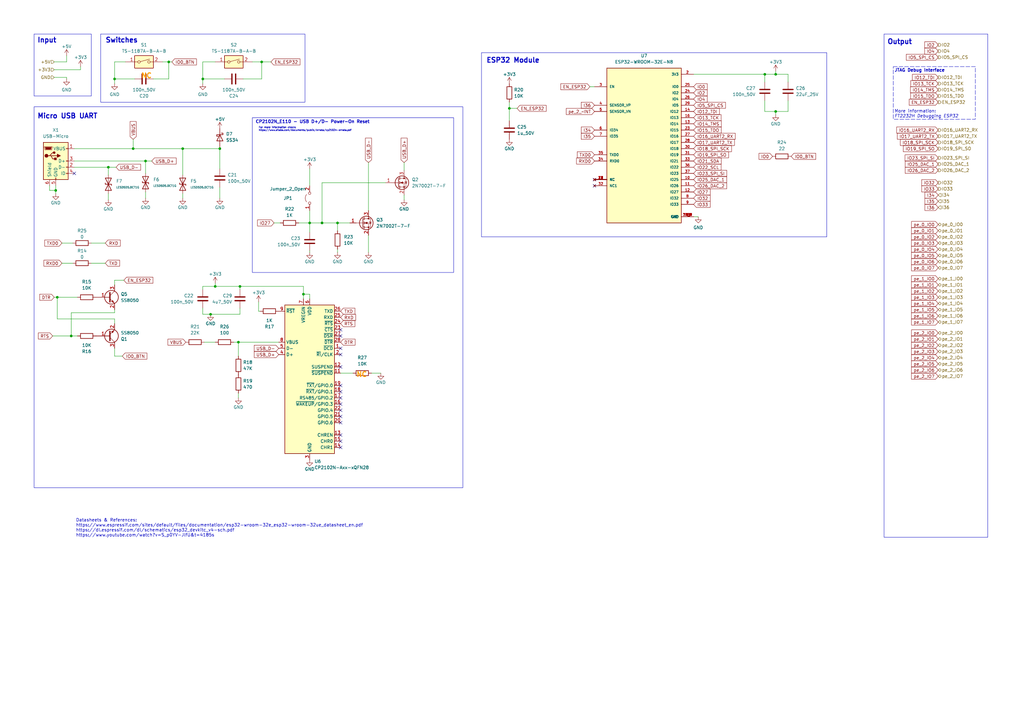
<source format=kicad_sch>
(kicad_sch (version 20231120) (generator "eeschema") (generator_version "8.0")
  (paper "A3")
  (junction (at 44.45 68.58))
  (junction (at 46.99 32.385))
  (junction (at 132.08 91.44))
  (junction (at 318.135 45.72))
  (junction (at 22.86 78.105))
  (junction (at 98.425 117.475))
  (junction (at 69.215 25.4))
  (junction (at 23.495 121.92))
  (junction (at 138.43 91.44))
  (junction (at 88.265 117.475))
  (junction (at 86.36 128.905))
  (junction (at 107.315 25.4))
  (junction (at 59.69 66.04))
  (junction (at 208.915 44.45))
  (junction (at 97.79 140.335))
  (junction (at 313.69 30.48))
  (junction (at 127 91.44))
  (junction (at 90.17 60.96))
  (junction (at 124.46 120.65))
  (junction (at 74.93 60.96))
  (junction (at 29.21 137.795))
  (junction (at 83.185 32.385))
  (junction (at 318.135 30.48))
  (junction (at 54.61 60.96))
  (no_connect (at 243.84 76.2))
  (no_connect (at 139.7 173.355))
  (no_connect (at 243.84 73.66))
  (no_connect (at 139.7 180.975))
  (no_connect (at 30.48 71.12))
  (no_connect (at 139.7 145.415))
  (no_connect (at 139.7 170.815))
  (no_connect (at 139.7 168.275))
  (no_connect (at 139.7 165.735))
  (no_connect (at 139.7 142.875))
  (no_connect (at 139.7 160.655))
  (no_connect (at 139.7 183.515))
  (no_connect (at 139.7 137.795))
  (no_connect (at 139.7 178.435))
  (no_connect (at 139.7 150.495))
  (no_connect (at 139.7 163.195))
  (no_connect (at 139.7 158.115))
  (no_connect (at 139.7 135.255))
  (wire (pts (xy 98.425 117.475) (xy 124.46 117.475)))
  (wire (pts (xy 27.305 32.385) (xy 27.305 31.75)))
  (wire (pts (xy 124.46 120.65) (xy 127 120.65)))
  (wire (pts (xy 46.99 32.385) (xy 46.99 34.29)))
  (wire (pts (xy 90.17 60.96) (xy 90.17 60.325)))
  (wire (pts (xy 22.86 78.105) (xy 22.86 79.375)))
  (wire (pts (xy 208.915 44.45) (xy 208.915 49.53)))
  (wire (pts (xy 88.265 117.475) (xy 98.425 117.475)))
  (wire (pts (xy 139.7 153.035) (xy 144.78 153.035)))
  (wire (pts (xy 124.46 117.475) (xy 124.46 120.65)))
  (wire (pts (xy 127 102.87) (xy 127 103.505)))
  (wire (pts (xy 27.305 31.75) (xy 22.225 31.75)))
  (wire (pts (xy 124.46 120.65) (xy 124.46 122.555)))
  (wire (pts (xy 88.265 25.4) (xy 83.185 25.4)))
  (wire (pts (xy 98.425 128.905) (xy 98.425 126.365)))
  (wire (pts (xy 83.185 126.365) (xy 83.185 128.905)))
  (wire (pts (xy 318.135 45.72) (xy 318.135 46.99)))
  (wire (pts (xy 30.48 66.04) (xy 59.69 66.04)))
  (wire (pts (xy 21.59 137.795) (xy 29.21 137.795)))
  (wire (pts (xy 318.135 29.21) (xy 318.135 30.48)))
  (wire (pts (xy 284.48 30.48) (xy 313.69 30.48)))
  (wire (pts (xy 98.425 117.475) (xy 98.425 118.745)))
  (wire (pts (xy 22.86 76.2) (xy 22.86 78.105)))
  (wire (pts (xy 318.135 30.48) (xy 313.69 30.48)))
  (wire (pts (xy 29.21 128.27) (xy 29.21 137.795)))
  (wire (pts (xy 29.21 137.795) (xy 31.75 137.795)))
  (wire (pts (xy 27.305 25.4) (xy 27.305 22.86)))
  (wire (pts (xy 88.265 117.475) (xy 83.185 117.475)))
  (wire (pts (xy 143.51 91.44) (xy 138.43 91.44)))
  (wire (pts (xy 99.695 32.385) (xy 107.315 32.385)))
  (wire (pts (xy 103.505 25.4) (xy 107.315 25.4)))
  (wire (pts (xy 97.79 140.335) (xy 114.3 140.335)))
  (wire (pts (xy 46.99 114.935) (xy 46.99 116.84)))
  (wire (pts (xy 90.17 76.835) (xy 90.17 81.28)))
  (wire (pts (xy 20.32 76.2) (xy 20.32 78.105)))
  (wire (pts (xy 165.735 69.85) (xy 165.735 66.675)))
  (wire (pts (xy 83.185 117.475) (xy 83.185 118.745)))
  (wire (pts (xy 66.675 25.4) (xy 69.215 25.4)))
  (wire (pts (xy 22.225 121.92) (xy 23.495 121.92)))
  (wire (pts (xy 127 91.44) (xy 127 95.25)))
  (wire (pts (xy 69.215 25.4) (xy 69.215 32.385)))
  (wire (pts (xy 127 122.555) (xy 127 120.65)))
  (wire (pts (xy 69.215 25.4) (xy 70.485 25.4)))
  (wire (pts (xy 132.08 91.44) (xy 127 91.44)))
  (wire (pts (xy 284.48 88.9) (xy 286.385 88.9)))
  (wire (pts (xy 46.99 25.4) (xy 46.99 32.385)))
  (wire (pts (xy 59.69 78.74) (xy 59.69 81.28)))
  (wire (pts (xy 62.865 32.385) (xy 69.215 32.385)))
  (wire (pts (xy 313.69 45.72) (xy 313.69 41.275)))
  (wire (pts (xy 33.02 28.575) (xy 22.225 28.575)))
  (wire (pts (xy 33.02 27.305) (xy 33.02 28.575)))
  (wire (pts (xy 59.69 71.12) (xy 59.69 66.04)))
  (wire (pts (xy 46.99 130.81) (xy 23.495 130.81)))
  (wire (pts (xy 54.61 60.96) (xy 74.93 60.96)))
  (wire (pts (xy 83.185 32.385) (xy 92.075 32.385)))
  (wire (pts (xy 30.48 60.96) (xy 54.61 60.96)))
  (wire (pts (xy 30.48 68.58) (xy 44.45 68.58)))
  (wire (pts (xy 111.125 25.4) (xy 107.315 25.4)))
  (wire (pts (xy 323.215 45.72) (xy 318.135 45.72)))
  (wire (pts (xy 37.465 107.95) (xy 43.18 107.95)))
  (wire (pts (xy 127 69.215) (xy 127 76.2)))
  (wire (pts (xy 74.93 79.375) (xy 74.93 81.28)))
  (wire (pts (xy 90.17 60.96) (xy 90.17 69.215)))
  (wire (pts (xy 46.99 127) (xy 46.99 128.27)))
  (wire (pts (xy 46.99 146.05) (xy 50.165 146.05)))
  (wire (pts (xy 323.215 33.655) (xy 323.215 30.48)))
  (wire (pts (xy 44.45 79.375) (xy 44.45 81.915)))
  (wire (pts (xy 25.4 99.695) (xy 29.845 99.695)))
  (wire (pts (xy 158.115 74.93) (xy 132.08 74.93)))
  (wire (pts (xy 318.135 45.72) (xy 313.69 45.72)))
  (wire (pts (xy 83.185 128.905) (xy 86.36 128.905)))
  (wire (pts (xy 152.4 153.035) (xy 156.21 153.035)))
  (wire (pts (xy 106.045 127.635) (xy 106.045 123.825)))
  (wire (pts (xy 132.08 91.44) (xy 138.43 91.44)))
  (wire (pts (xy 22.225 25.4) (xy 27.305 25.4)))
  (wire (pts (xy 95.885 140.335) (xy 97.79 140.335)))
  (wire (pts (xy 50.8 114.935) (xy 46.99 114.935)))
  (wire (pts (xy 46.99 142.875) (xy 46.99 146.05)))
  (wire (pts (xy 23.495 130.81) (xy 23.495 121.92)))
  (wire (pts (xy 107.315 25.4) (xy 107.315 32.385)))
  (wire (pts (xy 46.99 128.27) (xy 29.21 128.27)))
  (wire (pts (xy 208.915 41.91) (xy 208.915 44.45)))
  (wire (pts (xy 138.43 102.235) (xy 138.43 103.505)))
  (wire (pts (xy 212.09 44.45) (xy 208.915 44.45)))
  (wire (pts (xy 106.68 127.635) (xy 106.045 127.635)))
  (wire (pts (xy 25.4 107.95) (xy 29.845 107.95)))
  (wire (pts (xy 51.435 25.4) (xy 46.99 25.4)))
  (wire (pts (xy 323.215 41.275) (xy 323.215 45.72)))
  (wire (pts (xy 74.93 60.96) (xy 74.93 71.755)))
  (wire (pts (xy 151.13 96.52) (xy 151.13 103.505)))
  (wire (pts (xy 241.935 35.56) (xy 243.84 35.56)))
  (wire (pts (xy 20.32 78.105) (xy 22.86 78.105)))
  (wire (pts (xy 59.69 66.04) (xy 62.23 66.04)))
  (wire (pts (xy 46.99 132.715) (xy 46.99 130.81)))
  (wire (pts (xy 23.495 121.92) (xy 31.75 121.92)))
  (wire (pts (xy 151.13 86.36) (xy 151.13 66.675)))
  (wire (pts (xy 323.215 30.48) (xy 318.135 30.48)))
  (wire (pts (xy 37.465 99.695) (xy 43.18 99.695)))
  (wire (pts (xy 55.245 32.385) (xy 46.99 32.385)))
  (wire (pts (xy 97.79 140.335) (xy 97.79 146.05)))
  (wire (pts (xy 83.185 25.4) (xy 83.185 32.385)))
  (wire (pts (xy 44.45 68.58) (xy 47.625 68.58)))
  (wire (pts (xy 88.265 116.205) (xy 88.265 117.475)))
  (wire (pts (xy 313.69 30.48) (xy 313.69 33.655)))
  (wire (pts (xy 122.555 91.44) (xy 127 91.44)))
  (wire (pts (xy 83.185 32.385) (xy 83.185 34.29)))
  (wire (pts (xy 54.61 57.15) (xy 54.61 60.96)))
  (wire (pts (xy 132.08 74.93) (xy 132.08 91.44)))
  (wire (pts (xy 127 86.36) (xy 127 91.44)))
  (wire (pts (xy 138.43 91.44) (xy 138.43 94.615)))
  (wire (pts (xy 44.45 71.755) (xy 44.45 68.58)))
  (wire (pts (xy 97.79 163.195) (xy 97.79 161.29)))
  (wire (pts (xy 74.93 60.96) (xy 90.17 60.96)))
  (wire (pts (xy 83.82 140.335) (xy 88.265 140.335)))
  (wire (pts (xy 165.735 81.915) (xy 165.735 80.01)))
  (wire (pts (xy 112.395 91.44) (xy 114.935 91.44)))
  (wire (pts (xy 86.36 128.905) (xy 98.425 128.905)))
  (rectangle (start 366.395 27.305) (end 400.05 48.895) (stroke (width 0) (type dash)))
  (rectangle (start 362.585 13.97) (end 405.13 220.345))
  (rectangle (start 13.97 13.97) (end 37.465 39.37))
  (rectangle (start 103.505 48.26) (end 186.055 111.76))
  (rectangle (start 13.97 43.815) (end 189.865 200.025))
  (rectangle (start 197.485 21.59) (end 339.09 97.155))
  (rectangle (start 41.275 13.97) (end 125.095 41.91))
  (text "More information:\n" (at 375.412 45.72 0) (effects (font (size 1.27 1.27))))
  (text "NC" (at 146.05 154.94 0) (effects (font (size 2 2) (thickness 0.4) (bold yes)) (justify left bottom)))
  (text "For more information check:\nhttps://www.silabs.com/documents/public/errata/cp2102n-errata.pdf" (at 106.045 53.975 0) (effects (font (size 0.7 0.7)) (justify left bottom)))
  (text "Datasheets & References:\nhttps://www.espressif.com/sites/default/files/documentation/esp32-wroom-32e_esp32-wroom-32ue_datasheet_en.pdf\nhttps://dl.espressif.com/dl/schematics/esp32_devkitc_v4-sch.pdf\nhttps://www.youtube.com/watch?v=S_p0YV-JlfU&t=4185s" (at 31.115 220.345 0) (effects (font (size 1.27 1.27)) (justify left bottom)))
  (text "Switches" (at 43.18 17.78 0) (effects (font (size 2 2) (thickness 0.4) (bold yes)) (justify left bottom)))
  (text "Micro USB UART" (at 15.24 48.895 0) (effects (font (size 2 2) (bold yes)) (justify left bottom)))
  (text "ESP32 Module" (at 199.39 26.035 0) (effects (font (size 2 2) (bold yes)) (justify left bottom)))
  (text "CP2102N_E110 - USB D+/D- Power-On Reset" (at 104.775 50.8 0) (effects (font (size 1.27 1.27) (thickness 0.254) (bold yes)) (justify left bottom)))
  (text "NC" (at 57.785 32.385 0) (effects (font (size 2 2) (thickness 0.4) (bold yes)) (justify left bottom)))
  (text "Output" (at 363.855 18.415 0) (effects (font (size 2 2) (thickness 0.4) (bold yes)) (justify left bottom)))
  (text "JTAG Debug Interface" (at 377.19 28.956 0) (effects (font (size 1.27 1.27) (thickness 0.254) (bold yes))))
  (text "FT2232H Debugging ESP32" (at 379.984 47.752 0) (effects (font (size 1.27 1.27) (italic yes))))
  (text "Input" (at 15.24 17.78 0) (effects (font (size 2 2) (thickness 0.4) (bold yes)) (justify left bottom)))
  (global_label "IO22_SCL" (shape input) (at 284.48 68.58 0) (property "Intersheetrefs" "${INTERSHEET_REFS}" (effects (hide yes))))
  (global_label "IO5_SPI_CS" (shape input) (at 384.81 23.495 180) (property "Intersheetrefs" "${INTERSHEET_REFS}" (effects (hide yes))))
  (global_label "RTS" (shape input) (at 21.59 137.795 180) (property "Intersheetrefs" "${INTERSHEET_REFS}" (effects (hide yes))))
  (global_label "USB_D-" (shape input) (at 114.3 142.875 180) (property "Intersheetrefs" "${INTERSHEET_REFS}" (effects (hide yes))))
  (global_label "I35" (shape input) (at 243.84 55.88 180) (property "Intersheetrefs" "${INTERSHEET_REFS}" (effects (hide yes))))
  (global_label "IO0_BTN" (shape input) (at 70.485 25.4 0) (property "Intersheetrefs" "${INTERSHEET_REFS}" (effects (hide yes))))
  (global_label "USB_D+" (shape input) (at 62.23 66.04 0) (property "Intersheetrefs" "${INTERSHEET_REFS}" (effects (hide yes))))
  (global_label "pe_2_IO6" (shape input) (at 384.81 151.765 180) (property "Intersheetrefs" "${INTERSHEET_REFS}" (effects (hide yes))))
  (global_label "IO2" (shape input) (at 284.48 38.1 0) (property "Intersheetrefs" "${INTERSHEET_REFS}" (effects (hide yes))))
  (global_label "pe_2_IO1" (shape input) (at 384.81 139.065 180) (property "Intersheetrefs" "${INTERSHEET_REFS}" (effects (hide yes))))
  (global_label "IO13_TCK" (shape input) (at 284.48 48.26 0) (property "Intersheetrefs" "${INTERSHEET_REFS}" (effects (hide yes))))
  (global_label "IO16_UART2_RX" (shape input) (at 384.81 53.34 180) (property "Intersheetrefs" "${INTERSHEET_REFS}" (effects (hide yes))))
  (global_label "pe_1_IO2" (shape input) (at 384.81 119.38 180) (property "Intersheetrefs" "${INTERSHEET_REFS}" (effects (hide yes))))
  (global_label "IO19_SPI_SO" (shape input) (at 384.81 60.96 180) (property "Intersheetrefs" "${INTERSHEET_REFS}" (effects (hide yes))))
  (global_label "I34" (shape input) (at 243.84 53.34 180) (property "Intersheetrefs" "${INTERSHEET_REFS}" (effects (hide yes))))
  (global_label "pe_2_~INT" (shape input) (at 243.84 45.72 180) (property "Intersheetrefs" "${INTERSHEET_REFS}" (effects (hide yes))))
  (global_label "TXD0" (shape input) (at 25.4 99.695 180) (property "Intersheetrefs" "${INTERSHEET_REFS}" (effects (hide yes))))
  (global_label "IO0" (shape input) (at 316.865 64.135 180) (property "Intersheetrefs" "${INTERSHEET_REFS}" (effects (hide yes))))
  (global_label "IO5_SPI_CS" (shape input) (at 284.48 43.18 0) (property "Intersheetrefs" "${INTERSHEET_REFS}" (effects (hide yes))))
  (global_label "IO14_TMS" (shape input) (at 284.48 50.8 0) (property "Intersheetrefs" "${INTERSHEET_REFS}" (effects (hide yes))))
  (global_label "IO23_SPI_SI" (shape input) (at 284.48 71.12 0) (property "Intersheetrefs" "${INTERSHEET_REFS}" (effects (hide yes))))
  (global_label "pe_1_IO0" (shape input) (at 384.81 114.3 180) (property "Intersheetrefs" "${INTERSHEET_REFS}" (effects (hide yes))))
  (global_label "IO19_SPI_SO" (shape input) (at 284.48 63.5 0) (property "Intersheetrefs" "${INTERSHEET_REFS}" (effects (hide yes))))
  (global_label "IO0_BTN" (shape input) (at 324.485 64.135 0) (property "Intersheetrefs" "${INTERSHEET_REFS}" (effects (hide yes))))
  (global_label "USB_D-" (shape input) (at 47.625 68.58 0) (property "Intersheetrefs" "${INTERSHEET_REFS}" (effects (hide yes))))
  (global_label "USB_D+" (shape input) (at 165.735 66.675 90) (property "Intersheetrefs" "${INTERSHEET_REFS}" (effects (hide yes))))
  (global_label "IO32" (shape input) (at 384.81 74.93 180) (property "Intersheetrefs" "${INTERSHEET_REFS}" (effects (hide yes))))
  (global_label "pe_2_IO0" (shape input) (at 384.81 136.525 180) (property "Intersheetrefs" "${INTERSHEET_REFS}" (effects (hide yes))))
  (global_label "pe_0_IO4" (shape input) (at 384.81 102.235 180) (property "Intersheetrefs" "${INTERSHEET_REFS}" (effects (hide yes))))
  (global_label "RTS" (shape input) (at 139.7 132.715 0) (property "Intersheetrefs" "${INTERSHEET_REFS}" (effects (hide yes))))
  (global_label "IO16_UART2_RX" (shape input) (at 284.48 55.88 0) (property "Intersheetrefs" "${INTERSHEET_REFS}" (effects (hide yes))))
  (global_label "pe_2_IO2" (shape input) (at 384.81 141.605 180) (property "Intersheetrefs" "${INTERSHEET_REFS}" (effects (hide yes))))
  (global_label "TXD" (shape input) (at 43.18 107.95 0) (property "Intersheetrefs" "${INTERSHEET_REFS}" (effects (hide yes))))
  (global_label "IO26_DAC_2" (shape input) (at 384.81 69.85 180) (property "Intersheetrefs" "${INTERSHEET_REFS}" (effects (hide yes))))
  (global_label "IO13_TCK" (shape input) (at 384.81 34.29 180) (property "Intersheetrefs" "${INTERSHEET_REFS}" (effects (hide yes))))
  (global_label "pe_1_IO1" (shape input) (at 384.81 116.84 180) (property "Intersheetrefs" "${INTERSHEET_REFS}" (effects (hide yes))))
  (global_label "IO33" (shape input) (at 284.48 83.82 0) (property "Intersheetrefs" "${INTERSHEET_REFS}" (effects (hide yes))))
  (global_label "IO15_TDO" (shape input) (at 284.48 53.34 0) (property "Intersheetrefs" "${INTERSHEET_REFS}" (effects (hide yes))))
  (global_label "EN_ESP32" (shape input) (at 241.935 35.56 180) (property "Intersheetrefs" "${INTERSHEET_REFS}" (effects (hide yes))))
  (global_label "pe_1_IO6" (shape input) (at 384.81 129.54 180) (property "Intersheetrefs" "${INTERSHEET_REFS}" (effects (hide yes))))
  (global_label "EN_ESP32" (shape input) (at 111.125 25.4 0) (property "Intersheetrefs" "${INTERSHEET_REFS}" (effects (hide yes))))
  (global_label "IO25_DAC_1" (shape input) (at 384.81 67.31 180) (property "Intersheetrefs" "${INTERSHEET_REFS}" (effects (hide yes))))
  (global_label "pe_0_IO2" (shape input) (at 384.81 97.155 180) (property "Intersheetrefs" "${INTERSHEET_REFS}" (effects (hide yes))))
  (global_label "pe_1_IO4" (shape input) (at 384.81 124.46 180) (property "Intersheetrefs" "${INTERSHEET_REFS}" (effects (hide yes))))
  (global_label "IO4" (shape input) (at 384.81 20.955 180) (property "Intersheetrefs" "${INTERSHEET_REFS}" (effects (hide yes))))
  (global_label "TXD" (shape input) (at 139.7 127.635 0) (property "Intersheetrefs" "${INTERSHEET_REFS}" (effects (hide yes))))
  (global_label "IO17_UART2_TX" (shape input) (at 384.81 55.88 180) (property "Intersheetrefs" "${INTERSHEET_REFS}" (effects (hide yes))))
  (global_label "IO17_UART2_TX" (shape input) (at 284.48 58.42 0) (property "Intersheetrefs" "${INTERSHEET_REFS}" (effects (hide yes))))
  (global_label "pe_1_IO5" (shape input) (at 384.81 127 180) (property "Intersheetrefs" "${INTERSHEET_REFS}" (effects (hide yes))))
  (global_label "RXD0" (shape input) (at 243.84 66.04 180) (property "Intersheetrefs" "${INTERSHEET_REFS}" (effects (hide yes))))
  (global_label "USB_D+" (shape input) (at 114.3 145.415 180) (property "Intersheetrefs" "${INTERSHEET_REFS}" (effects (hide yes))))
  (global_label "RXD" (shape input) (at 139.7 130.175 0) (property "Intersheetrefs" "${INTERSHEET_REFS}" (effects (hide yes))))
  (global_label "I35" (shape input) (at 384.81 82.55 180) (property "Intersheetrefs" "${INTERSHEET_REFS}" (effects (hide yes))))
  (global_label "EN_ESP32" (shape input) (at 50.8 114.935 0) (property "Intersheetrefs" "${INTERSHEET_REFS}" (effects (hide yes))))
  (global_label "IO0" (shape input) (at 284.48 35.56 0) (property "Intersheetrefs" "${INTERSHEET_REFS}" (effects (hide yes))))
  (global_label "IO2" (shape input) (at 384.81 18.415 180) (property "Intersheetrefs" "${INTERSHEET_REFS}" (effects (hide yes))))
  (global_label "EN_ESP32" (shape input) (at 384.81 41.91 180) (property "Intersheetrefs" "${INTERSHEET_REFS}" (effects (hide yes))))
  (global_label "IO0_BTN" (shape input) (at 50.165 146.05 0) (property "Intersheetrefs" "${INTERSHEET_REFS}" (effects (hide yes))))
  (global_label "VBUS" (shape input) (at 54.61 57.15 90) (property "Intersheetrefs" "${INTERSHEET_REFS}" (effects (hide yes))))
  (global_label "I34" (shape input) (at 384.81 80.01 180) (property "Intersheetrefs" "${INTERSHEET_REFS}" (effects (hide yes))))
  (global_label "pe_0_IO1" (shape input) (at 384.81 94.615 180) (property "Intersheetrefs" "${INTERSHEET_REFS}" (effects (hide yes))))
  (global_label "IO18_SPI_SCK" (shape input) (at 284.48 60.96 0) (property "Intersheetrefs" "${INTERSHEET_REFS}" (effects (hide yes))))
  (global_label "IO27" (shape input) (at 112.395 91.44 180) (property "Intersheetrefs" "${INTERSHEET_REFS}" (effects (hide yes))))
  (global_label "pe_2_IO3" (shape input) (at 384.81 144.145 180) (property "Intersheetrefs" "${INTERSHEET_REFS}" (effects (hide yes))))
  (global_label "I36" (shape input) (at 384.81 85.09 180) (property "Intersheetrefs" "${INTERSHEET_REFS}" (effects (hide yes))))
  (global_label "pe_0_IO3" (shape input) (at 384.81 99.695 180) (property "Intersheetrefs" "${INTERSHEET_REFS}" (effects (hide yes))))
  (global_label "IO12_TDI" (shape input) (at 284.48 45.72 0) (property "Intersheetrefs" "${INTERSHEET_REFS}" (effects (hide yes))))
  (global_label "IO4" (shape input) (at 284.48 40.64 0) (property "Intersheetrefs" "${INTERSHEET_REFS}" (effects (hide yes))))
  (global_label "VBUS" (shape input) (at 76.2 140.335 180) (property "Intersheetrefs" "${INTERSHEET_REFS}" (effects (hide yes))))
  (global_label "IO21_SDA" (shape input) (at 284.48 66.04 0) (property "Intersheetrefs" "${INTERSHEET_REFS}" (effects (hide yes))))
  (global_label "IO12_TDI" (shape input) (at 384.81 31.75 180) (property "Intersheetrefs" "${INTERSHEET_REFS}" (effects (hide yes))))
  (global_label "IO23_SPI_SI" (shape input) (at 384.81 64.77 180) (property "Intersheetrefs" "${INTERSHEET_REFS}" (effects (hide yes))))
  (global_label "IO15_TDO" (shape input) (at 384.81 39.37 180) (property "Intersheetrefs" "${INTERSHEET_REFS}" (effects (hide yes))))
  (global_label "pe_0_IO6" (shape input) (at 384.81 107.315 180) (property "Intersheetrefs" "${INTERSHEET_REFS}" (effects (hide yes))))
  (global_label "IO26_DAC_2" (shape input) (at 284.48 76.2 0) (property "Intersheetrefs" "${INTERSHEET_REFS}" (effects (hide yes))))
  (global_label "IO33" (shape input) (at 384.81 77.47 180) (property "Intersheetrefs" "${INTERSHEET_REFS}" (effects (hide yes))))
  (global_label "RXD" (shape input) (at 43.18 99.695 0) (property "Intersheetrefs" "${INTERSHEET_REFS}" (effects (hide yes))))
  (global_label "pe_2_IO5" (shape input) (at 384.81 149.225 180) (property "Intersheetrefs" "${INTERSHEET_REFS}" (effects (hide yes))))
  (global_label "DTR" (shape input) (at 139.7 140.335 0) (property "Intersheetrefs" "${INTERSHEET_REFS}" (effects (hide yes))))
  (global_label "IO27" (shape input) (at 284.48 78.74 0) (property "Intersheetrefs" "${INTERSHEET_REFS}" (effects (hide yes))))
  (global_label "RXD0" (shape input) (at 25.4 107.95 180) (property "Intersheetrefs" "${INTERSHEET_REFS}" (effects (hide yes))))
  (global_label "I36" (shape input) (at 243.84 43.18 180) (property "Intersheetrefs" "${INTERSHEET_REFS}" (effects (hide yes))))
  (global_label "USB_D-" (shape input) (at 151.13 66.675 90) (property "Intersheetrefs" "${INTERSHEET_REFS}" (effects (hide yes))))
  (global_label "pe_0_IO5" (shape input) (at 384.81 104.775 180) (property "Intersheetrefs" "${INTERSHEET_REFS}" (effects (hide yes))))
  (global_label "DTR" (shape input) (at 22.225 121.92 180) (property "Intersheetrefs" "${INTERSHEET_REFS}" (effects (hide yes))))
  (global_label "IO25_DAC_1" (shape input) (at 284.48 73.66 0) (property "Intersheetrefs" "${INTERSHEET_REFS}" (effects (hide yes))))
  (global_label "EN_ESP32" (shape input) (at 212.09 44.45 0) (property "Intersheetrefs" "${INTERSHEET_REFS}" (effects (hide yes))))
  (global_label "pe_0_IO0" (shape input) (at 384.81 92.075 180) (property "Intersheetrefs" "${INTERSHEET_REFS}" (effects (hide yes))))
  (global_label "IO14_TMS" (shape input) (at 384.81 36.83 180) (property "Intersheetrefs" "${INTERSHEET_REFS}" (effects (hide yes))))
  (global_label "pe_2_IO7" (shape input) (at 384.81 154.305 180) (property "Intersheetrefs" "${INTERSHEET_REFS}" (effects (hide yes))))
  (global_label "pe_2_IO4" (shape input) (at 384.81 146.685 180) (property "Intersheetrefs" "${INTERSHEET_REFS}" (effects (hide yes))))
  (global_label "pe_1_IO3" (shape input) (at 384.81 121.92 180) (property "Intersheetrefs" "${INTERSHEET_REFS}" (effects (hide yes))))
  (global_label "pe_1_IO7" (shape input) (at 384.81 132.08 180) (property "Intersheetrefs" "${INTERSHEET_REFS}" (effects (hide yes))))
  (global_label "pe_0_IO7" (shape input) (at 384.81 109.855 180) (property "Intersheetrefs" "${INTERSHEET_REFS}" (effects (hide yes))))
  (global_label "IO32" (shape input) (at 284.48 81.28 0) (property "Intersheetrefs" "${INTERSHEET_REFS}" (effects (hide yes))))
  (global_label "IO18_SPI_SCK" (shape input) (at 384.81 58.42 180) (property "Intersheetrefs" "${INTERSHEET_REFS}" (effects (hide yes))))
  (global_label "TXD0" (shape input) (at 243.84 63.5 180) (property "Intersheetrefs" "${INTERSHEET_REFS}" (effects (hide yes))))
  (hierarchical_label "IO33" (shape output) (at 384.81 77.47 0))
  (hierarchical_label "pe_2_IO0" (shape bidirectional) (at 384.81 136.525 0))
  (hierarchical_label "IO32" (shape output) (at 384.81 74.93 0))
  (hierarchical_label "IO2" (shape output) (at 384.81 18.415 0))
  (hierarchical_label "+5V" (shape input) (at 22.225 25.4 180))
  (hierarchical_label "IO26_DAC_2" (shape output) (at 384.81 69.85 0))
  (hierarchical_label "pe_1_IO4" (shape bidirectional) (at 384.81 124.46 0))
  (hierarchical_label "I36" (shape input) (at 384.81 85.09 0))
  (hierarchical_label "+3V3" (shape input) (at 22.225 28.575 180))
  (hierarchical_label "IO12_TDI" (shape output) (at 384.81 31.75 0))
  (hierarchical_label "pe_0_IO1" (shape bidirectional) (at 384.81 94.615 0))
  (hierarchical_label "pe_0_IO4" (shape bidirectional) (at 384.81 102.235 0))
  (hierarchical_label "I34" (shape input) (at 384.81 80.01 0))
  (hierarchical_label "IO17_UART2_TX" (shape output) (at 384.81 55.88 0))
  (hierarchical_label "pe_0_IO5" (shape bidirectional) (at 384.81 104.775 0))
  (hierarchical_label "pe_0_IO6" (shape bidirectional) (at 384.81 107.315 0))
  (hierarchical_label "pe_1_IO0" (shape bidirectional) (at 384.81 114.3 0))
  (hierarchical_label "pe_1_IO3" (shape bidirectional) (at 384.81 121.92 0))
  (hierarchical_label "IO4" (shape output) (at 384.81 20.955 0))
  (hierarchical_label "pe_2_IO7" (shape bidirectional) (at 384.81 154.305 0))
  (hierarchical_label "pe_2_IO4" (shape bidirectional) (at 384.81 146.685 0))
  (hierarchical_label "IO19_SPI_SO" (shape output) (at 384.81 60.96 0))
  (hierarchical_label "IO13_TCK" (shape output) (at 384.81 34.29 0))
  (hierarchical_label "I35" (shape input) (at 384.81 82.55 0))
  (hierarchical_label "pe_2_IO3" (shape bidirectional) (at 384.81 144.145 0))
  (hierarchical_label "IO16_UART2_RX" (shape output) (at 384.81 53.34 0))
  (hierarchical_label "IO15_TDO" (shape output) (at 384.81 39.37 0))
  (hierarchical_label "GND" (shape input) (at 22.225 31.75 180))
  (hierarchical_label "pe_0_IO3" (shape bidirectional) (at 384.81 99.695 0))
  (hierarchical_label "IO25_DAC_1" (shape output) (at 384.81 67.31 0))
  (hierarchical_label "pe_1_IO2" (shape bidirectional) (at 384.81 119.38 0))
  (hierarchical_label "EN_ESP32" (shape output) (at 384.81 41.91 0))
  (hierarchical_label "pe_0_IO0" (shape bidirectional) (at 384.81 92.075 0))
  (hierarchical_label "pe_0_IO2" (shape bidirectional) (at 384.81 97.155 0))
  (hierarchical_label "pe_2_IO5" (shape bidirectional) (at 384.81 149.225 0))
  (hierarchical_label "pe_2_IO2" (shape bidirectional) (at 384.81 141.605 0))
  (hierarchical_label "pe_1_IO6" (shape bidirectional) (at 384.81 129.54 0))
  (hierarchical_label "pe_1_IO1" (shape bidirectional) (at 384.81 116.84 0))
  (hierarchical_label "pe_2_IO1" (shape bidirectional) (at 384.81 139.065 0))
  (hierarchical_label "IO23_SPI_SI" (shape output) (at 384.81 64.77 0))
  (hierarchical_label "pe_1_IO5" (shape bidirectional) (at 384.81 127 0))
  (hierarchical_label "pe_0_IO7" (shape bidirectional) (at 384.81 109.855 0))
  (hierarchical_label "IO18_SPI_SCK" (shape output) (at 384.81 58.42 0))
  (hierarchical_label "pe_2_IO6" (shape bidirectional) (at 384.81 151.765 0))
  (hierarchical_label "pe_1_IO7" (shape bidirectional) (at 384.81 132.08 0))
  (hierarchical_label "IO14_TMS" (shape output) (at 384.81 36.83 0))
  (hierarchical_label "IO5_SPI_CS" (shape output) (at 384.81 23.495 0))
  (symbol (lib_id "_R_0402:10K") (at 208.915 38.1 0) (unit 1)
    (property "Reference" "R20" (at 210.82 36.83 0) (effects (justify left)))
    (property "Value" "10K" (at 210.82 39.37 0) (effects (justify left)))
    (property "Footprint" "Resistor_SMD:R_0402_1005Metric" (effects (hide yes)))
    (property "MF" "UNI-ROYAL" (effects (hide yes)))
    (property "MPN" "0402WGF1002TCE" (effects (hide yes)))
    (property "OC_LCSC" "C25744" (effects (hide yes)))
  )
  (symbol (lib_id "power:+5V") (at 90.17 52.705 0) (unit 1)
    (property "Reference" "#PWR065" (effects (hide yes)))
    (property "Value" "+5V" (at 90.17 48.895 0))
  )
  (symbol (lib_id "_R_0402:22K") (at 80.01 140.335 90) (unit 1)
    (property "Reference" "R21" (at 80.01 133.985 90))
    (property "Value" "22K" (at 80.01 136.525 90))
    (property "Footprint" "Resistor_SMD:R_0402_1005Metric" (effects (hide yes)))
    (property "MF" "UNI-ROYAL" (effects (hide yes)))
    (property "MPN" "0402WGF2202TCE" (effects (hide yes)))
    (property "OC_LCSC" "C25768" (effects (hide yes)))
  )
  (symbol (lib_id "_C_0402:100n_50V") (at 59.055 32.385 90) (unit 1)
    (property "Reference" "C20" (at 59.055 39.37 90))
    (property "Value" "100n_50V" (at 59.055 36.83 90))
    (property "Footprint" "Capacitor_SMD:C_0402_1005Metric" (effects (hide yes)))
    (property "Datasheet" "https://product.samsungsem.com/mlcc/CL05B104KB54PN.do" (effects (hide yes)))
    (property "MF" "Samsung Electro-Mechanics" (effects (hide yes)))
    (property "MPN" "CL05B104KB54PNC" (effects (hide yes)))
    (property "OC_LCSC" "C307331" (effects (hide yes)))
  )
  (symbol (lib_id "_MCU:ESP32-WROOM-32E-N8") (at 264.16 60.96 0) (unit 1)
    (property "Reference" "U7" (at 264.16 22.86 0))
    (property "Value" "ESP32-WROOM-32E-N8" (at 264.16 25.4 0))
    (property "Footprint" "Robast:ESP32-WROOM-32E" (effects (hide yes)))
    (property "Datasheet" "https://www.espressif.com/sites/default/files/documentation/esp32-wroom-32e_esp32-wroom-32ue_datasheet_en.pdf" (effects (hide yes)))
    (property "Description" "ESP32-WROOM-32E-N8, 8 MB Flash, PCB Antenna" (effects (hide yes)))
    (property "PARTREV" "1.4" (effects (hide yes)))
    (property "MANUFACTURER" "Espressif Systems" (effects (hide yes)))
    (property "MAXIMUM_PACKAGE_HEIGHT" "3.25mm" (effects (hide yes)))
    (property "STANDARD" "Manufacturer Recommendations" (effects (hide yes)))
    (property "MF" "Espressif Systems" (effects (hide yes)))
    (property "MPN" "ESP32-WROOM-32E-N8" (effects (hide yes)))
    (property "OC_LCSC" "C701342" (effects (hide yes)))
  )
  (symbol (lib_id "power:GND") (at 151.13 103.505 0) (unit 1)
    (property "Reference" "#PWR073" (effects (hide yes)))
    (property "Value" "GND" (at 151.13 107.315 0))
  )
  (symbol (lib_id "power:GND") (at 286.385 88.9 0) (unit 1)
    (property "Reference" "#PWR086" (effects (hide yes)))
    (property "Value" "GND" (at 286.385 93.345 0))
  )
  (symbol (lib_id "power:+3V3") (at 208.915 34.29 0) (unit 1)
    (property "Reference" "#PWR076" (effects (hide yes)))
    (property "Value" "+3V3" (at 208.915 30.48 0))
  )
  (symbol (lib_id "_C_1206:4u7_50V") (at 98.425 122.555 0) (mirror y) (unit 1)
    (property "Reference" "C29" (at 95.25 121.285 0) (effects (justify left)))
    (property "Value" "4u7_50V" (at 95.25 123.825 0) (effects (justify left)))
    (property "Footprint" "Capacitor_SMD:C_1206_3216Metric" (effects (hide yes)))
    (property "MF" "FH" (effects (hide yes)))
    (property "MPN" "1206B475K500NT" (effects (hide yes)))
    (property "OC_LCSC" "C29823" (effects (hide yes)))
  )
  (symbol (lib_id "_C_0402:100n_50V") (at 127 99.06 0) (mirror y) (unit 1)
    (property "Reference" "C23" (at 123.19 97.79 0) (effects (justify left)))
    (property "Value" "100n_50V" (at 123.19 100.33 0) (effects (justify left)))
    (property "Footprint" "Capacitor_SMD:C_0402_1005Metric" (effects (hide yes)))
    (property "Datasheet" "https://product.samsungsem.com/mlcc/CL05B104KB54PN.do" (effects (hide yes)))
    (property "MF" "Samsung Electro-Mechanics" (effects (hide yes)))
    (property "MPN" "CL05B104KB54PNC" (effects (hide yes)))
    (property "OC_LCSC" "C307331" (effects (hide yes)))
  )
  (symbol (lib_id "_Switch:TS-1187A-B-A-B") (at 95.885 25.4 0) (unit 1)
    (property "Reference" "S2" (at 95.885 18.415 0))
    (property "Value" "TS-1187A-B-A-B" (at 95.885 20.955 0))
    (property "Footprint" "Robast:SW_TS-1187" (effects (hide yes)))
    (property "Datasheet" "https://datasheet.lcsc.com/lcsc/2304140030_XKB-Connectivity-TS-1187A-B-A-B_C318884.pdf" (effects (hide yes)))
    (property "MF" "XKB Connectivity" (effects (hide yes)))
    (property "MPN" "TS-1187A-B-A-B" (effects (hide yes)))
    (property "OC_LCSC" "C318884" (effects (hide yes)))
  )
  (symbol (lib_id "_Diode_TVS:LESD5D5.0CT1G") (at 44.45 75.565 90) (unit 1)
    (property "Reference" "F7" (at 47.625 74.295 90) (effects (justify right)))
    (property "Value" "LESD5D5.0CT1G" (at 47.625 76.835 90) (effects (font (size 0.8 0.8)) (justify right)))
    (property "Footprint" "Diode_SMD:D_SOD-523" (effects (hide yes)))
    (property "Datasheet" "https://datasheet.lcsc.com/lcsc/1912111437_LRC-LESD5D5-0CT1G_C383211.pdf" (effects (hide yes)))
    (property "MF" "LRC" (effects (hide yes)))
    (property "MPN" "LESD5D5.0CT1G" (effects (hide yes)))
    (property "OC_LCSC" "C383211" (effects (hide yes)))
  )
  (symbol (lib_id "power:+3V3") (at 33.02 27.305 0) (unit 1)
    (property "Reference" "#PWR057" (effects (hide yes)))
    (property "Value" "+3V3" (at 33.02 23.495 0))
  )
  (symbol (lib_id "_Switch:TS-1187A-B-A-B") (at 59.055 25.4 0) (unit 1)
    (property "Reference" "S1" (at 59.055 18.415 0))
    (property "Value" "TS-1187A-B-A-B" (at 59.055 20.955 0))
    (property "Footprint" "Robast:SW_TS-1187" (effects (hide yes)))
    (property "Datasheet" "https://datasheet.lcsc.com/lcsc/2304140030_XKB-Connectivity-TS-1187A-B-A-B_C318884.pdf" (effects (hide yes)))
    (property "MF" "XKB Connectivity" (effects (hide yes)))
    (property "MPN" "TS-1187A-B-A-B" (effects (hide yes)))
    (property "OC_LCSC" "C318884" (effects (hide yes)))
  )
  (symbol (lib_id "_Diode_Schottky:SS34") (at 90.17 56.515 270) (unit 1)
    (property "Reference" "D7" (at 92.71 54.9275 90) (effects (justify left)))
    (property "Value" "SS34" (at 92.71 57.4675 90) (effects (justify left)))
    (property "Footprint" "Diode_SMD:D_SMA" (effects (hide yes)))
    (property "Datasheet" "https://datasheet.lcsc.com/lcsc/2303141100_MDD-Microdiode-Electronics--SS34_C8678.pdf" (effects (hide yes)))
    (property "MF" "MDD" (effects (hide yes)))
    (property "MPN" "SS34" (effects (hide yes)))
    (property "OC_LCSC" "C8678" (effects (hide yes)))
  )
  (symbol (lib_id "_R_0402:100") (at 92.075 140.335 90) (unit 1)
    (property "Reference" "R26" (at 92.075 133.985 90))
    (property "Value" "100" (at 92.075 136.525 90))
    (property "Footprint" "Resistor_SMD:R_0402_1005Metric" (effects (hide yes)))
    (property "MF" "UNI-ROYAL" (effects (hide yes)))
    (property "MPN" "0402WGF1000TCE" (effects (hide yes)))
    (property "OC_LCSC" "C25076" (effects (hide yes)))
  )
  (symbol (lib_id "power:GND") (at 138.43 103.505 0) (unit 1)
    (property "Reference" "#PWR071" (effects (hide yes)))
    (property "Value" "GND" (at 138.43 107.315 0))
  )
  (symbol (lib_id "_Connector_USB:USB-Micro") (at 22.86 66.04 0) (unit 1)
    (property "Reference" "X1" (at 22.86 53.34 0))
    (property "Value" "USB-Micro" (at 22.86 55.88 0))
    (property "Footprint" "Robast:AMPHENOL_USB_Micro_10118194-0001LF" (effects (hide yes)))
    (property "Datasheet" "https://www.amphenol-cs.com/media/wysiwyg/files/drawing/10118194.pdf" (effects (hide yes)))
    (property "MF" "Amphenol ICC" (effects (hide yes)))
    (property "MPN" "10118194-0001LF" (effects (hide yes)))
    (property "OC_LCSC" "C132563" (effects (hide yes)))
  )
  (symbol (lib_id "_R_0603:0") (at 33.655 107.95 90) (unit 1)
    (property "Reference" "R14" (at 33.655 102.87 90))
    (property "Value" "0" (at 33.655 105.41 90))
    (property "Footprint" "Resistor_SMD:R_0603_1608Metric" (effects (hide yes)))
    (property "Datasheet" "https://datasheet.lcsc.com/lcsc/2206010100_UNI-ROYAL-Uniroyal-Elec-0603WAF0000T5E_C21189.pdf" (effects (hide yes)))
    (property "MF" "UNI-ROYAL" (effects (hide yes)))
    (property "MPN" "0603WAF0000T5E" (effects (hide yes)))
    (property "OC_LCSC" "C21189" (effects (hide yes)))
  )
  (symbol (lib_id "_R_0402:10K") (at 35.56 121.92 90) (unit 1)
    (property "Reference" "R15" (at 35.56 115.57 90))
    (property "Value" "10K" (at 35.56 118.11 90))
    (property "Footprint" "Resistor_SMD:R_0402_1005Metric" (effects (hide yes)))
    (property "MF" "UNI-ROYAL" (effects (hide yes)))
    (property "MPN" "0402WGF1002TCE" (effects (hide yes)))
    (property "OC_LCSC" "C25744" (effects (hide yes)))
  )
  (symbol (lib_id "power:GND") (at 74.93 81.28 0) (unit 1)
    (property "Reference" "#PWR061" (effects (hide yes)))
    (property "Value" "GND" (at 74.93 85.09 0))
  )
  (symbol (lib_id "power:GND") (at 27.305 32.385 0) (unit 1)
    (property "Reference" "#PWR055" (effects (hide yes)))
    (property "Value" "GND" (at 27.305 36.83 0))
  )
  (symbol (lib_id "power:GND") (at 156.21 153.035 0) (unit 1)
    (property "Reference" "#PWR075" (effects (hide yes)))
    (property "Value" "GND" (at 156.21 156.845 0))
  )
  (symbol (lib_id "power:GND") (at 165.735 81.915 0) (unit 1)
    (property "Reference" "#PWR074" (effects (hide yes)))
    (property "Value" "GND" (at 165.735 85.725 0))
  )
  (symbol (lib_id "_Transistor_BJT:SS8050") (at 44.45 137.795 0) (mirror x) (unit 1)
    (property "Reference" "Q1" (at 49.53 139.065 0) (effects (justify left)))
    (property "Value" "SS8050" (at 49.53 136.525 0) (effects (justify left)))
    (property "Footprint" "Package_TO_SOT_SMD:SOT-23" (effects (hide yes)))
    (property "Datasheet" "https://datasheet.lcsc.com/lcsc/2304140030_Jiangsu-Changjing-Electronics-Technology-Co---Ltd--SS8050_C2150.pdf" (effects (hide yes)))
    (property "MF" "Jiangsu Changjing Electronics Technology" (effects (hide yes)))
    (property "MPN" "SS8050" (effects (hide yes)))
    (property "OC_LCSC" "C2150" (effects (hide yes)))
  )
  (symbol (lib_id "power:GND") (at 318.135 46.99 0) (unit 1)
    (property "Reference" "#PWR088" (effects (hide yes)))
    (property "Value" "GND" (at 318.135 50.8 0))
  )
  (symbol (lib_id "power:+5V") (at 27.305 22.86 0) (unit 1)
    (property "Reference" "#PWR054" (effects (hide yes)))
    (property "Value" "+5V" (at 27.305 19.05 0))
  )
  (symbol (lib_id "power:GND") (at 97.79 163.195 0) (unit 1)
    (property "Reference" "#PWR067" (effects (hide yes)))
    (property "Value" "GND" (at 97.79 167.005 0))
  )
  (symbol (lib_id "power:+3V3") (at 318.135 29.21 0) (unit 1)
    (property "Reference" "#PWR087" (effects (hide yes)))
    (property "Value" "+3V3" (at 318.135 25.4 0))
  )
  (symbol (lib_id "_R_0402:47K") (at 97.79 149.86 0) (unit 1)
    (property "Reference" "R18" (at 99.695 148.59 0) (effects (justify left)))
    (property "Value" "47K" (at 99.695 151.13 0) (effects (justify left)))
    (property "Footprint" "Resistor_SMD:R_0402_1005Metric" (effects (hide yes)))
    (property "MF" "UNI-ROYAL" (effects (hide yes)))
    (property "MPN" "0402WGF4702TCE" (effects (hide yes)))
    (property "OC_LCSC" "C25792" (effects (hide yes)))
  )
  (symbol (lib_id "_Transistor_FET:2N7002T-7-F") (at 148.59 91.44 0) (unit 1)
    (property "Reference" "Q3" (at 154.305 90.17 0) (effects (justify left)))
    (property "Value" "2N7002T-7-F" (at 154.305 92.71 0) (effects (justify left)))
    (property "Footprint" "Package_TO_SOT_SMD:SOT-523" (effects (hide yes)))
    (property "Datasheet" "https://datasheet.lcsc.com/lcsc/2304140030_Diodes-Incorporated-2N7002T-7-F_C139445.pdf" (effects (hide yes)))
    (property "MF" "Diodes Incorporated" (effects (hide yes)))
    (property "MPN" "2N7002T-7-F" (effects (hide yes)))
    (property "OC_LCSC" "C139445" (effects (hide yes)))
  )
  (symbol (lib_id "_C_0402:100n_50V") (at 95.885 32.385 90) (unit 1)
    (property "Reference" "C24" (at 95.885 39.37 90))
    (property "Value" "100n_50V" (at 95.885 36.83 90))
    (property "Footprint" "Capacitor_SMD:C_0402_1005Metric" (effects (hide yes)))
    (property "Datasheet" "https://product.samsungsem.com/mlcc/CL05B104KB54PN.do" (effects (hide yes)))
    (property "MF" "Samsung Electro-Mechanics" (effects (hide yes)))
    (property "MPN" "CL05B104KB54PNC" (effects (hide yes)))
    (property "OC_LCSC" "C307331" (effects (hide yes)))
  )
  (symbol (lib_id "_C_0805:1u_50V") (at 208.915 53.34 0) (unit 1)
    (property "Reference" "C25" (at 212.09 52.07 0) (effects (justify left)))
    (property "Value" "1u_50V" (at 212.09 54.61 0) (effects (justify left)))
    (property "Footprint" "Capacitor_SMD:C_0805_2012Metric" (effects (hide yes)))
    (property "Datasheet" "https://product.samsungsem.com/mlcc/CL21B105KBFNNN.do" (effects (hide yes)))
    (property "MF" "Samsung Electro-Mechanics" (effects (hide yes)))
    (property "MPN" "CL21B105KBFNNNE" (effects (hide yes)))
    (property "OC_LCSC" "C28323" (effects (hide yes)))
  )
  (symbol (lib_id "_R_0603:22") (at 320.675 64.135 90) (unit 1)
    (property "Reference" "R24" (at 320.675 58.42 90))
    (property "Value" "22" (at 320.675 60.96 90))
    (property "Footprint" "Resistor_SMD:R_0603_1608Metric" (effects (hide yes)))
    (property "Datasheet" "https://datasheet.lcsc.com/lcsc/2206010100_UNI-ROYAL-Uniroyal-Elec-0603WAF220JT5E_C23345.pdf" (effects (hide yes)))
    (property "MF" "UNI-ROYAL" (effects (hide yes)))
    (property "MPN" "0603WAF220JT5E" (effects (hide yes)))
    (property "OC_LCSC" "C23345" (effects (hide yes)))
  )
  (symbol (lib_id "power:GND") (at 127 103.505 0) (unit 1)
    (property "Reference" "#PWR070" (effects (hide yes)))
    (property "Value" "GND" (at 127 107.315 0))
  )
  (symbol (lib_id "_Diode_TVS:LESD5D5.0CT1G") (at 59.69 74.93 90) (unit 1)
    (property "Reference" "F6" (at 62.865 73.66 90) (effects (justify right)))
    (property "Value" "LESD5D5.0CT1G" (at 62.865 76.2 90) (effects (font (size 0.8 0.8)) (justify right)))
    (property "Footprint" "Diode_SMD:D_SOD-523" (effects (hide yes)))
    (property "Datasheet" "https://datasheet.lcsc.com/lcsc/1912111437_LRC-LESD5D5-0CT1G_C383211.pdf" (effects (hide yes)))
    (property "MF" "LRC" (effects (hide yes)))
    (property "MPN" "LESD5D5.0CT1G" (effects (hide yes)))
    (property "OC_LCSC" "C383211" (effects (hide yes)))
  )
  (symbol (lib_id "power:GND") (at 208.915 57.15 0) (unit 1)
    (property "Reference" "#PWR077" (effects (hide yes)))
    (property "Value" "GND" (at 208.915 60.96 0))
  )
  (symbol (lib_id "_Transistor_BJT:SS8050") (at 44.45 121.92 0) (unit 1)
    (property "Reference" "Q5" (at 49.53 120.65 0) (effects (justify left)))
    (property "Value" "SS8050" (at 49.53 123.19 0) (effects (justify left)))
    (property "Footprint" "Package_TO_SOT_SMD:SOT-23" (effects (hide yes)))
    (property "Datasheet" "https://datasheet.lcsc.com/lcsc/2304140030_Jiangsu-Changjing-Electronics-Technology-Co---Ltd--SS8050_C2150.pdf" (effects (hide yes)))
    (property "MF" "Jiangsu Changjing Electronics Technology" (effects (hide yes)))
    (property "MPN" "SS8050" (effects (hide yes)))
    (property "OC_LCSC" "C2150" (effects (hide yes)))
  )
  (symbol (lib_id "power:GND") (at 83.185 34.29 0) (unit 1)
    (property "Reference" "#PWR066" (effects (hide yes)))
    (property "Value" "GND" (at 83.185 38.735 0))
  )
  (symbol (lib_id "power:+3V3") (at 106.045 123.825 0) (unit 1)
    (property "Reference" "#PWR068" (effects (hide yes)))
    (property "Value" "+3V3" (at 106.045 120.015 0))
  )
  (symbol (lib_id "power:GND") (at 90.17 81.28 0) (unit 1)
    (property "Reference" "#PWR062" (effects (hide yes)))
    (property "Value" "GND" (at 90.17 85.09 0))
  )
  (symbol (lib_id "_R_0402:10K") (at 138.43 98.425 0) (unit 1)
    (property "Reference" "R23" (at 140.97 97.155 0) (effects (justify left)))
    (property "Value" "10K" (at 140.97 99.695 0) (effects (justify left)))
    (property "Footprint" "Resistor_SMD:R_0402_1005Metric" (effects (hide yes)))
    (property "MF" "UNI-ROYAL" (effects (hide yes)))
    (property "MPN" "0402WGF1002TCE" (effects (hide yes)))
    (property "OC_LCSC" "C25744" (effects (hide yes)))
  )
  (symbol (lib_id "power:GND") (at 46.99 34.29 0) (unit 1)
    (property "Reference" "#PWR059" (effects (hide yes)))
    (property "Value" "GND" (at 46.99 38.735 0))
  )
  (symbol (lib_id "power:GND") (at 44.45 81.915 0) (unit 1)
    (property "Reference" "#PWR058" (effects (hide yes)))
    (property "Value" "GND" (at 44.45 85.725 0))
  )
  (symbol (lib_id "_Diode_TVS:LESD5D5.0CT1G") (at 74.93 75.565 90) (unit 1)
    (property "Reference" "F5" (at 78.105 74.295 90) (effects (justify right)))
    (property "Value" "LESD5D5.0CT1G" (at 78.105 76.835 90) (effects (font (size 0.8 0.8)) (justify right)))
    (property "Footprint" "Diode_SMD:D_SOD-523" (effects (hide yes)))
    (property "Datasheet" "https://datasheet.lcsc.com/lcsc/1912111437_LRC-LESD5D5-0CT1G_C383211.pdf" (effects (hide yes)))
    (property "MF" "LRC" (effects (hide yes)))
    (property "MPN" "LESD5D5.0CT1G" (effects (hide yes)))
    (property "OC_LCSC" "C383211" (effects (hide yes)))
  )
  (symbol (lib_id "_Transistor_FET:2N7002T-7-F") (at 163.195 74.93 0) (unit 1)
    (property "Reference" "Q2" (at 168.91 73.66 0) (effects (justify left)))
    (property "Value" "2N7002T-7-F" (at 168.91 76.2 0) (effects (justify left)))
    (property "Footprint" "Package_TO_SOT_SMD:SOT-523" (effects (hide yes)))
    (property "Datasheet" "https://datasheet.lcsc.com/lcsc/2304140030_Diodes-Incorporated-2N7002T-7-F_C139445.pdf" (effects (hide yes)))
    (property "MF" "Diodes Incorporated" (effects (hide yes)))
    (property "MPN" "2N7002T-7-F" (effects (hide yes)))
    (property "OC_LCSC" "C139445" (effects (hide yes)))
  )
  (symbol (lib_id "power:GND") (at 127 188.595 0) (unit 1)
    (property "Reference" "#PWR072" (effects (hide yes)))
    (property "Value" "GND" (at 127 192.405 0))
  )
  (symbol (lib_id "_C_0402:100n_50V") (at 90.17 73.025 0) (unit 1)
    (property "Reference" "C21" (at 93.345 71.755 0) (effects (justify left)))
    (property "Value" "100n_50V" (at 93.345 74.295 0) (effects (justify left)))
    (property "Footprint" "Capacitor_SMD:C_0402_1005Metric" (effects (hide yes)))
    (property "Datasheet" "https://product.samsungsem.com/mlcc/CL05B104KB54PN.do" (effects (hide yes)))
    (property "MF" "Samsung Electro-Mechanics" (effects (hide yes)))
    (property "MPN" "CL05B104KB54PNC" (effects (hide yes)))
    (property "OC_LCSC" "C307331" (effects (hide yes)))
  )
  (symbol (lib_id "_C_1206:22uF_25V") (at 323.215 37.465 0) (unit 1)
    (property "Reference" "C26" (at 326.39 36.195 0) (effects (justify left)))
    (property "Value" "22uF_25V" (at 326.39 38.735 0) (effects (justify left)))
    (property "Footprint" "Capacitor_SMD:C_1206_3216Metric" (effects (hide yes)))
    (property "Datasheet" "https://product.samsungsem.com/mlcc/CL31A226KAHNNN.do" (effects (hide yes)))
    (property "MF" "Samsung Electro-Mechanics" (effects (hide yes)))
    (property "MPN" "CL31A226KAHNNNE" (effects (hide yes)))
    (property "OC_LCSC" "C12891" (effects (hide yes)))
  )
  (symbol (lib_id "power:GND") (at 59.69 81.28 0) (unit 1)
    (property "Reference" "#PWR060" (effects (hide yes)))
    (property "Value" "GND" (at 59.69 85.09 0))
  )
  (symbol (lib_id "power:+3V3") (at 88.265 116.205 0) (unit 1)
    (property "Reference" "#PWR063" (effects (hide yes)))
    (property "Value" "+3V3" (at 88.265 112.395 0))
  )
  (symbol (lib_id "_R_0402:470") (at 97.79 157.48 0) (unit 1)
    (property "Reference" "R19" (at 99.695 156.21 0) (effects (justify left)))
    (property "Value" "470" (at 99.695 158.75 0) (effects (justify left)))
    (property "Footprint" "Resistor_SMD:R_0402_1005Metric" (effects (hide yes)))
    (property "MF" "UNI-ROYAL" (effects (hide yes)))
    (property "MPN" "0402WGF4700TCE" (effects (hide yes)))
    (property "OC_LCSC" "C25117" (effects (hide yes)))
  )
  (symbol (lib_id "Jumper:Jumper_2_Open") (at 127 81.28 90) (unit 1)
    (property "Reference" "JP1" (at 118.11 81.28 90))
    (property "Value" "Jumper_2_Open" (at 118.11 77.47 90))
    (property "Footprint" "Connector_PinHeader_2.54mm:PinHeader_1x02_P2.54mm_Vertical" (effects (hide yes)))
  )
  (symbol (lib_id "_C_0402:100n_50V") (at 83.185 122.555 0) (mirror y) (unit 1)
    (property "Reference" "C22" (at 79.375 121.285 0) (effects (justify left)))
    (property "Value" "100n_50V" (at 79.375 123.825 0) (effects (justify left)))
    (property "Footprint" "Capacitor_SMD:C_0402_1005Metric" (effects (hide yes)))
    (property "Datasheet" "https://product.samsungsem.com/mlcc/CL05B104KB54PN.do" (effects (hide yes)))
    (property "MF" "Samsung Electro-Mechanics" (effects (hide yes)))
    (property "MPN" "CL05B104KB54PNC" (effects (hide yes)))
    (property "OC_LCSC" "C307331" (effects (hide yes)))
  )
  (symbol (lib_id "_R_0402:1K") (at 118.745 91.44 90) (unit 1)
    (property "Reference" "R22" (at 118.745 85.725 90))
    (property "Value" "1K" (at 118.745 88.265 90))
    (property "Footprint" "Resistor_SMD:R_0402_1005Metric" (effects (hide yes)))
    (property "MF" "UNI-ROYAL" (effects (hide yes)))
    (property "MPN" "0402WGF1001TCE" (effects (hide yes)))
    (property "OC_LCSC" "C11702" (effects (hide yes)))
  )
  (symbol (lib_id "_R_0402:10K") (at 35.56 137.795 270) (unit 1)
    (property "Reference" "R16" (at 35.56 144.145 90))
    (property "Value" "10K" (at 35.56 141.605 90))
    (property "Footprint" "Resistor_SMD:R_0402_1005Metric" (effects (hide yes)))
    (property "MF" "UNI-ROYAL" (effects (hide yes)))
    (property "MPN" "0402WGF1002TCE" (effects (hide yes)))
    (property "OC_LCSC" "C25744" (effects (hide yes)))
  )
  (symbol (lib_id "Interface_USB:CP2102N-Axx-xQFN28") (at 127 155.575 0) (unit 1)
    (property "Reference" "U6" (at 128.9559 189.23 0) (effects (justify left)))
    (property "Value" "CP2102N-Axx-xQFN28" (at 128.9559 191.77 0) (effects (justify left)))
    (property "Footprint" "Package_DFN_QFN:QFN-28-1EP_5x5mm_P0.5mm_EP3.35x3.35mm" (effects (hide yes)))
    (property "Datasheet" "https://www.silabs.com/documents/public/data-sheets/cp2102n-datasheet.pdf" (effects (hide yes)))
  )
  (symbol (lib_id "_R_0402:1K") (at 110.49 127.635 270) (unit 1)
    (property "Reference" "R17" (at 110.49 133.985 90))
    (property "Value" "1K" (at 110.49 131.445 90))
    (property "Footprint" "Resistor_SMD:R_0402_1005Metric" (effects (hide yes)))
    (property "MF" "UNI-ROYAL" (effects (hide yes)))
    (property "MPN" "0402WGF1001TCE" (effects (hide yes)))
    (property "OC_LCSC" "C11702" (effects (hide yes)))
  )
  (symbol (lib_id "_C_0402:100n_50V") (at 313.69 37.465 0) (mirror y) (unit 1)
    (property "Reference" "C27" (at 309.88 36.195 0) (effects (justify left)))
    (property "Value" "100n_50V" (at 309.88 38.735 0) (effects (justify left)))
    (property "Footprint" "Capacitor_SMD:C_0402_1005Metric" (effects (hide yes)))
    (property "Datasheet" "https://product.samsungsem.com/mlcc/CL05B104KB54PN.do" (effects (hide yes)))
    (property "MF" "Samsung Electro-Mechanics" (effects (hide yes)))
    (property "MPN" "CL05B104KB54PNC" (effects (hide yes)))
    (property "OC_LCSC" "C307331" (effects (hide yes)))
  )
  (symbol (lib_id "power:+3V3") (at 127 69.215 0) (unit 1)
    (property "Reference" "#PWR069" (effects (hide yes)))
    (property "Value" "+3V3" (at 127 65.405 0))
  )
  (symbol (lib_id "power:GND") (at 86.36 128.905 0) (unit 1)
    (property "Reference" "#PWR064" (effects (hide yes)))
    (property "Value" "GND" (at 86.36 132.715 0))
  )
  (symbol (lib_id "_R_0603:0") (at 33.655 99.695 90) (unit 1)
    (property "Reference" "R25" (at 33.655 94.615 90))
    (property "Value" "0" (at 33.655 97.155 90))
    (property "Footprint" "Resistor_SMD:R_0603_1608Metric" (effects (hide yes)))
    (property "Datasheet" "https://datasheet.lcsc.com/lcsc/2206010100_UNI-ROYAL-Uniroyal-Elec-0603WAF0000T5E_C21189.pdf" (effects (hide yes)))
    (property "MF" "UNI-ROYAL" (effects (hide yes)))
    (property "MPN" "0603WAF0000T5E" (effects (hide yes)))
    (property "OC_LCSC" "C21189" (effects (hide yes)))
  )
  (symbol (lib_id "_R_0402:10K") (at 148.59 153.035 90) (unit 1)
    (property "Reference" "R27" (at 148.59 146.685 90))
    (property "Value" "10K" (at 148.59 149.225 90))
    (property "Footprint" "Resistor_SMD:R_0402_1005Metric" (effects (hide yes)))
    (property "MF" "UNI-ROYAL" (effects (hide yes)))
    (property "MPN" "0402WGF1002TCE" (effects (hide yes)))
    (property "OC_LCSC" "C25744" (effects (hide yes)))
  )
  (symbol (lib_id "power:GND") (at 22.86 79.375 0) (unit 1)
    (property "Reference" "#PWR056" (effects (hide yes)))
    (property "Value" "GND" (at 22.86 83.185 0))
  )
)
</source>
